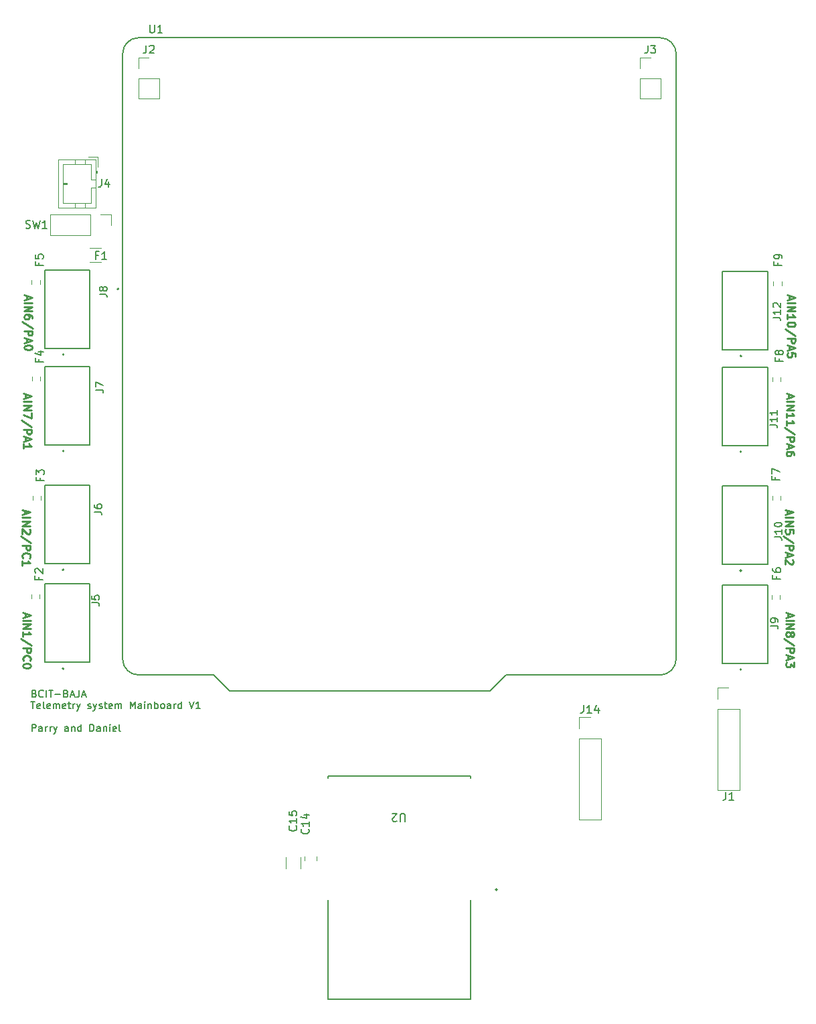
<source format=gbr>
%TF.GenerationSoftware,KiCad,Pcbnew,9.0.2*%
%TF.CreationDate,2025-06-16T14:43:15-07:00*%
%TF.ProjectId,Revision01,52657669-7369-46f6-9e30-312e6b696361,A*%
%TF.SameCoordinates,PX692bd40PY908ed60*%
%TF.FileFunction,Legend,Top*%
%TF.FilePolarity,Positive*%
%FSLAX46Y46*%
G04 Gerber Fmt 4.6, Leading zero omitted, Abs format (unit mm)*
G04 Created by KiCad (PCBNEW 9.0.2) date 2025-06-16 14:43:15*
%MOMM*%
%LPD*%
G01*
G04 APERTURE LIST*
%ADD10C,0.250000*%
%ADD11C,0.150000*%
%ADD12C,0.127000*%
%ADD13C,0.200000*%
%ADD14C,0.120000*%
%ADD15C,0.152400*%
G04 APERTURE END LIST*
D10*
X2571095Y48645051D02*
X2571095Y48168861D01*
X2285380Y48740289D02*
X3285380Y48406956D01*
X3285380Y48406956D02*
X2285380Y48073623D01*
X2285380Y47740289D02*
X3285380Y47740289D01*
X2285380Y47264099D02*
X3285380Y47264099D01*
X3285380Y47264099D02*
X2285380Y46692671D01*
X2285380Y46692671D02*
X3285380Y46692671D01*
X3190142Y46264099D02*
X3237761Y46216480D01*
X3237761Y46216480D02*
X3285380Y46121242D01*
X3285380Y46121242D02*
X3285380Y45883147D01*
X3285380Y45883147D02*
X3237761Y45787909D01*
X3237761Y45787909D02*
X3190142Y45740290D01*
X3190142Y45740290D02*
X3094904Y45692671D01*
X3094904Y45692671D02*
X2999666Y45692671D01*
X2999666Y45692671D02*
X2856809Y45740290D01*
X2856809Y45740290D02*
X2285380Y46311718D01*
X2285380Y46311718D02*
X2285380Y45692671D01*
X3333000Y44549814D02*
X2047285Y45406956D01*
X2285380Y44216480D02*
X3285380Y44216480D01*
X3285380Y44216480D02*
X3285380Y43835528D01*
X3285380Y43835528D02*
X3237761Y43740290D01*
X3237761Y43740290D02*
X3190142Y43692671D01*
X3190142Y43692671D02*
X3094904Y43645052D01*
X3094904Y43645052D02*
X2952047Y43645052D01*
X2952047Y43645052D02*
X2856809Y43692671D01*
X2856809Y43692671D02*
X2809190Y43740290D01*
X2809190Y43740290D02*
X2761571Y43835528D01*
X2761571Y43835528D02*
X2761571Y44216480D01*
X2380619Y42645052D02*
X2333000Y42692671D01*
X2333000Y42692671D02*
X2285380Y42835528D01*
X2285380Y42835528D02*
X2285380Y42930766D01*
X2285380Y42930766D02*
X2333000Y43073623D01*
X2333000Y43073623D02*
X2428238Y43168861D01*
X2428238Y43168861D02*
X2523476Y43216480D01*
X2523476Y43216480D02*
X2713952Y43264099D01*
X2713952Y43264099D02*
X2856809Y43264099D01*
X2856809Y43264099D02*
X3047285Y43216480D01*
X3047285Y43216480D02*
X3142523Y43168861D01*
X3142523Y43168861D02*
X3237761Y43073623D01*
X3237761Y43073623D02*
X3285380Y42930766D01*
X3285380Y42930766D02*
X3285380Y42835528D01*
X3285380Y42835528D02*
X3237761Y42692671D01*
X3237761Y42692671D02*
X3190142Y42645052D01*
X2285380Y41692671D02*
X2285380Y42264099D01*
X2285380Y41978385D02*
X3285380Y41978385D01*
X3285380Y41978385D02*
X3142523Y42073623D01*
X3142523Y42073623D02*
X3047285Y42168861D01*
X3047285Y42168861D02*
X2999666Y42264099D01*
D11*
X3812969Y25536222D02*
X3941541Y25493365D01*
X3941541Y25493365D02*
X3984398Y25450508D01*
X3984398Y25450508D02*
X4027255Y25364793D01*
X4027255Y25364793D02*
X4027255Y25236222D01*
X4027255Y25236222D02*
X3984398Y25150508D01*
X3984398Y25150508D02*
X3941541Y25107650D01*
X3941541Y25107650D02*
X3855826Y25064793D01*
X3855826Y25064793D02*
X3512969Y25064793D01*
X3512969Y25064793D02*
X3512969Y25964793D01*
X3512969Y25964793D02*
X3812969Y25964793D01*
X3812969Y25964793D02*
X3898684Y25921936D01*
X3898684Y25921936D02*
X3941541Y25879079D01*
X3941541Y25879079D02*
X3984398Y25793365D01*
X3984398Y25793365D02*
X3984398Y25707650D01*
X3984398Y25707650D02*
X3941541Y25621936D01*
X3941541Y25621936D02*
X3898684Y25579079D01*
X3898684Y25579079D02*
X3812969Y25536222D01*
X3812969Y25536222D02*
X3512969Y25536222D01*
X4927255Y25150508D02*
X4884398Y25107650D01*
X4884398Y25107650D02*
X4755826Y25064793D01*
X4755826Y25064793D02*
X4670112Y25064793D01*
X4670112Y25064793D02*
X4541541Y25107650D01*
X4541541Y25107650D02*
X4455826Y25193365D01*
X4455826Y25193365D02*
X4412969Y25279079D01*
X4412969Y25279079D02*
X4370112Y25450508D01*
X4370112Y25450508D02*
X4370112Y25579079D01*
X4370112Y25579079D02*
X4412969Y25750508D01*
X4412969Y25750508D02*
X4455826Y25836222D01*
X4455826Y25836222D02*
X4541541Y25921936D01*
X4541541Y25921936D02*
X4670112Y25964793D01*
X4670112Y25964793D02*
X4755826Y25964793D01*
X4755826Y25964793D02*
X4884398Y25921936D01*
X4884398Y25921936D02*
X4927255Y25879079D01*
X5312969Y25064793D02*
X5312969Y25964793D01*
X5612969Y25964793D02*
X6127255Y25964793D01*
X5870112Y25064793D02*
X5870112Y25964793D01*
X6427254Y25407650D02*
X7112969Y25407650D01*
X7841540Y25536222D02*
X7970112Y25493365D01*
X7970112Y25493365D02*
X8012969Y25450508D01*
X8012969Y25450508D02*
X8055826Y25364793D01*
X8055826Y25364793D02*
X8055826Y25236222D01*
X8055826Y25236222D02*
X8012969Y25150508D01*
X8012969Y25150508D02*
X7970112Y25107650D01*
X7970112Y25107650D02*
X7884397Y25064793D01*
X7884397Y25064793D02*
X7541540Y25064793D01*
X7541540Y25064793D02*
X7541540Y25964793D01*
X7541540Y25964793D02*
X7841540Y25964793D01*
X7841540Y25964793D02*
X7927255Y25921936D01*
X7927255Y25921936D02*
X7970112Y25879079D01*
X7970112Y25879079D02*
X8012969Y25793365D01*
X8012969Y25793365D02*
X8012969Y25707650D01*
X8012969Y25707650D02*
X7970112Y25621936D01*
X7970112Y25621936D02*
X7927255Y25579079D01*
X7927255Y25579079D02*
X7841540Y25536222D01*
X7841540Y25536222D02*
X7541540Y25536222D01*
X8398683Y25321936D02*
X8827255Y25321936D01*
X8312969Y25064793D02*
X8612969Y25964793D01*
X8612969Y25964793D02*
X8912969Y25064793D01*
X9470112Y25964793D02*
X9470112Y25321936D01*
X9470112Y25321936D02*
X9427255Y25193365D01*
X9427255Y25193365D02*
X9341541Y25107650D01*
X9341541Y25107650D02*
X9212969Y25064793D01*
X9212969Y25064793D02*
X9127255Y25064793D01*
X9855826Y25321936D02*
X10284398Y25321936D01*
X9770112Y25064793D02*
X10070112Y25964793D01*
X10070112Y25964793D02*
X10370112Y25064793D01*
X3384398Y24515843D02*
X3898684Y24515843D01*
X3641541Y23615843D02*
X3641541Y24515843D01*
X4541540Y23658700D02*
X4455826Y23615843D01*
X4455826Y23615843D02*
X4284398Y23615843D01*
X4284398Y23615843D02*
X4198683Y23658700D01*
X4198683Y23658700D02*
X4155826Y23744415D01*
X4155826Y23744415D02*
X4155826Y24087272D01*
X4155826Y24087272D02*
X4198683Y24172986D01*
X4198683Y24172986D02*
X4284398Y24215843D01*
X4284398Y24215843D02*
X4455826Y24215843D01*
X4455826Y24215843D02*
X4541540Y24172986D01*
X4541540Y24172986D02*
X4584398Y24087272D01*
X4584398Y24087272D02*
X4584398Y24001558D01*
X4584398Y24001558D02*
X4155826Y23915843D01*
X5098684Y23615843D02*
X5012969Y23658700D01*
X5012969Y23658700D02*
X4970112Y23744415D01*
X4970112Y23744415D02*
X4970112Y24515843D01*
X5784398Y23658700D02*
X5698684Y23615843D01*
X5698684Y23615843D02*
X5527256Y23615843D01*
X5527256Y23615843D02*
X5441541Y23658700D01*
X5441541Y23658700D02*
X5398684Y23744415D01*
X5398684Y23744415D02*
X5398684Y24087272D01*
X5398684Y24087272D02*
X5441541Y24172986D01*
X5441541Y24172986D02*
X5527256Y24215843D01*
X5527256Y24215843D02*
X5698684Y24215843D01*
X5698684Y24215843D02*
X5784398Y24172986D01*
X5784398Y24172986D02*
X5827256Y24087272D01*
X5827256Y24087272D02*
X5827256Y24001558D01*
X5827256Y24001558D02*
X5398684Y23915843D01*
X6212970Y23615843D02*
X6212970Y24215843D01*
X6212970Y24130129D02*
X6255827Y24172986D01*
X6255827Y24172986D02*
X6341542Y24215843D01*
X6341542Y24215843D02*
X6470113Y24215843D01*
X6470113Y24215843D02*
X6555827Y24172986D01*
X6555827Y24172986D02*
X6598685Y24087272D01*
X6598685Y24087272D02*
X6598685Y23615843D01*
X6598685Y24087272D02*
X6641542Y24172986D01*
X6641542Y24172986D02*
X6727256Y24215843D01*
X6727256Y24215843D02*
X6855827Y24215843D01*
X6855827Y24215843D02*
X6941542Y24172986D01*
X6941542Y24172986D02*
X6984399Y24087272D01*
X6984399Y24087272D02*
X6984399Y23615843D01*
X7755827Y23658700D02*
X7670113Y23615843D01*
X7670113Y23615843D02*
X7498685Y23615843D01*
X7498685Y23615843D02*
X7412970Y23658700D01*
X7412970Y23658700D02*
X7370113Y23744415D01*
X7370113Y23744415D02*
X7370113Y24087272D01*
X7370113Y24087272D02*
X7412970Y24172986D01*
X7412970Y24172986D02*
X7498685Y24215843D01*
X7498685Y24215843D02*
X7670113Y24215843D01*
X7670113Y24215843D02*
X7755827Y24172986D01*
X7755827Y24172986D02*
X7798685Y24087272D01*
X7798685Y24087272D02*
X7798685Y24001558D01*
X7798685Y24001558D02*
X7370113Y23915843D01*
X8055828Y24215843D02*
X8398685Y24215843D01*
X8184399Y24515843D02*
X8184399Y23744415D01*
X8184399Y23744415D02*
X8227256Y23658700D01*
X8227256Y23658700D02*
X8312971Y23615843D01*
X8312971Y23615843D02*
X8398685Y23615843D01*
X8698685Y23615843D02*
X8698685Y24215843D01*
X8698685Y24044415D02*
X8741542Y24130129D01*
X8741542Y24130129D02*
X8784400Y24172986D01*
X8784400Y24172986D02*
X8870114Y24215843D01*
X8870114Y24215843D02*
X8955828Y24215843D01*
X9170114Y24215843D02*
X9384400Y23615843D01*
X9598685Y24215843D02*
X9384400Y23615843D01*
X9384400Y23615843D02*
X9298685Y23401558D01*
X9298685Y23401558D02*
X9255828Y23358700D01*
X9255828Y23358700D02*
X9170114Y23315843D01*
X10584399Y23658700D02*
X10670113Y23615843D01*
X10670113Y23615843D02*
X10841542Y23615843D01*
X10841542Y23615843D02*
X10927256Y23658700D01*
X10927256Y23658700D02*
X10970113Y23744415D01*
X10970113Y23744415D02*
X10970113Y23787272D01*
X10970113Y23787272D02*
X10927256Y23872986D01*
X10927256Y23872986D02*
X10841542Y23915843D01*
X10841542Y23915843D02*
X10712971Y23915843D01*
X10712971Y23915843D02*
X10627256Y23958700D01*
X10627256Y23958700D02*
X10584399Y24044415D01*
X10584399Y24044415D02*
X10584399Y24087272D01*
X10584399Y24087272D02*
X10627256Y24172986D01*
X10627256Y24172986D02*
X10712971Y24215843D01*
X10712971Y24215843D02*
X10841542Y24215843D01*
X10841542Y24215843D02*
X10927256Y24172986D01*
X11270113Y24215843D02*
X11484399Y23615843D01*
X11698684Y24215843D02*
X11484399Y23615843D01*
X11484399Y23615843D02*
X11398684Y23401558D01*
X11398684Y23401558D02*
X11355827Y23358700D01*
X11355827Y23358700D02*
X11270113Y23315843D01*
X11998684Y23658700D02*
X12084398Y23615843D01*
X12084398Y23615843D02*
X12255827Y23615843D01*
X12255827Y23615843D02*
X12341541Y23658700D01*
X12341541Y23658700D02*
X12384398Y23744415D01*
X12384398Y23744415D02*
X12384398Y23787272D01*
X12384398Y23787272D02*
X12341541Y23872986D01*
X12341541Y23872986D02*
X12255827Y23915843D01*
X12255827Y23915843D02*
X12127256Y23915843D01*
X12127256Y23915843D02*
X12041541Y23958700D01*
X12041541Y23958700D02*
X11998684Y24044415D01*
X11998684Y24044415D02*
X11998684Y24087272D01*
X11998684Y24087272D02*
X12041541Y24172986D01*
X12041541Y24172986D02*
X12127256Y24215843D01*
X12127256Y24215843D02*
X12255827Y24215843D01*
X12255827Y24215843D02*
X12341541Y24172986D01*
X12641541Y24215843D02*
X12984398Y24215843D01*
X12770112Y24515843D02*
X12770112Y23744415D01*
X12770112Y23744415D02*
X12812969Y23658700D01*
X12812969Y23658700D02*
X12898684Y23615843D01*
X12898684Y23615843D02*
X12984398Y23615843D01*
X13627255Y23658700D02*
X13541541Y23615843D01*
X13541541Y23615843D02*
X13370113Y23615843D01*
X13370113Y23615843D02*
X13284398Y23658700D01*
X13284398Y23658700D02*
X13241541Y23744415D01*
X13241541Y23744415D02*
X13241541Y24087272D01*
X13241541Y24087272D02*
X13284398Y24172986D01*
X13284398Y24172986D02*
X13370113Y24215843D01*
X13370113Y24215843D02*
X13541541Y24215843D01*
X13541541Y24215843D02*
X13627255Y24172986D01*
X13627255Y24172986D02*
X13670113Y24087272D01*
X13670113Y24087272D02*
X13670113Y24001558D01*
X13670113Y24001558D02*
X13241541Y23915843D01*
X14055827Y23615843D02*
X14055827Y24215843D01*
X14055827Y24130129D02*
X14098684Y24172986D01*
X14098684Y24172986D02*
X14184399Y24215843D01*
X14184399Y24215843D02*
X14312970Y24215843D01*
X14312970Y24215843D02*
X14398684Y24172986D01*
X14398684Y24172986D02*
X14441542Y24087272D01*
X14441542Y24087272D02*
X14441542Y23615843D01*
X14441542Y24087272D02*
X14484399Y24172986D01*
X14484399Y24172986D02*
X14570113Y24215843D01*
X14570113Y24215843D02*
X14698684Y24215843D01*
X14698684Y24215843D02*
X14784399Y24172986D01*
X14784399Y24172986D02*
X14827256Y24087272D01*
X14827256Y24087272D02*
X14827256Y23615843D01*
X15941541Y23615843D02*
X15941541Y24515843D01*
X15941541Y24515843D02*
X16241541Y23872986D01*
X16241541Y23872986D02*
X16541541Y24515843D01*
X16541541Y24515843D02*
X16541541Y23615843D01*
X17355827Y23615843D02*
X17355827Y24087272D01*
X17355827Y24087272D02*
X17312969Y24172986D01*
X17312969Y24172986D02*
X17227255Y24215843D01*
X17227255Y24215843D02*
X17055827Y24215843D01*
X17055827Y24215843D02*
X16970112Y24172986D01*
X17355827Y23658700D02*
X17270112Y23615843D01*
X17270112Y23615843D02*
X17055827Y23615843D01*
X17055827Y23615843D02*
X16970112Y23658700D01*
X16970112Y23658700D02*
X16927255Y23744415D01*
X16927255Y23744415D02*
X16927255Y23830129D01*
X16927255Y23830129D02*
X16970112Y23915843D01*
X16970112Y23915843D02*
X17055827Y23958700D01*
X17055827Y23958700D02*
X17270112Y23958700D01*
X17270112Y23958700D02*
X17355827Y24001558D01*
X17784398Y23615843D02*
X17784398Y24215843D01*
X17784398Y24515843D02*
X17741541Y24472986D01*
X17741541Y24472986D02*
X17784398Y24430129D01*
X17784398Y24430129D02*
X17827255Y24472986D01*
X17827255Y24472986D02*
X17784398Y24515843D01*
X17784398Y24515843D02*
X17784398Y24430129D01*
X18212969Y24215843D02*
X18212969Y23615843D01*
X18212969Y24130129D02*
X18255826Y24172986D01*
X18255826Y24172986D02*
X18341541Y24215843D01*
X18341541Y24215843D02*
X18470112Y24215843D01*
X18470112Y24215843D02*
X18555826Y24172986D01*
X18555826Y24172986D02*
X18598684Y24087272D01*
X18598684Y24087272D02*
X18598684Y23615843D01*
X19027255Y23615843D02*
X19027255Y24515843D01*
X19027255Y24172986D02*
X19112970Y24215843D01*
X19112970Y24215843D02*
X19284398Y24215843D01*
X19284398Y24215843D02*
X19370112Y24172986D01*
X19370112Y24172986D02*
X19412970Y24130129D01*
X19412970Y24130129D02*
X19455827Y24044415D01*
X19455827Y24044415D02*
X19455827Y23787272D01*
X19455827Y23787272D02*
X19412970Y23701558D01*
X19412970Y23701558D02*
X19370112Y23658700D01*
X19370112Y23658700D02*
X19284398Y23615843D01*
X19284398Y23615843D02*
X19112970Y23615843D01*
X19112970Y23615843D02*
X19027255Y23658700D01*
X19970113Y23615843D02*
X19884398Y23658700D01*
X19884398Y23658700D02*
X19841541Y23701558D01*
X19841541Y23701558D02*
X19798684Y23787272D01*
X19798684Y23787272D02*
X19798684Y24044415D01*
X19798684Y24044415D02*
X19841541Y24130129D01*
X19841541Y24130129D02*
X19884398Y24172986D01*
X19884398Y24172986D02*
X19970113Y24215843D01*
X19970113Y24215843D02*
X20098684Y24215843D01*
X20098684Y24215843D02*
X20184398Y24172986D01*
X20184398Y24172986D02*
X20227256Y24130129D01*
X20227256Y24130129D02*
X20270113Y24044415D01*
X20270113Y24044415D02*
X20270113Y23787272D01*
X20270113Y23787272D02*
X20227256Y23701558D01*
X20227256Y23701558D02*
X20184398Y23658700D01*
X20184398Y23658700D02*
X20098684Y23615843D01*
X20098684Y23615843D02*
X19970113Y23615843D01*
X21041542Y23615843D02*
X21041542Y24087272D01*
X21041542Y24087272D02*
X20998684Y24172986D01*
X20998684Y24172986D02*
X20912970Y24215843D01*
X20912970Y24215843D02*
X20741542Y24215843D01*
X20741542Y24215843D02*
X20655827Y24172986D01*
X21041542Y23658700D02*
X20955827Y23615843D01*
X20955827Y23615843D02*
X20741542Y23615843D01*
X20741542Y23615843D02*
X20655827Y23658700D01*
X20655827Y23658700D02*
X20612970Y23744415D01*
X20612970Y23744415D02*
X20612970Y23830129D01*
X20612970Y23830129D02*
X20655827Y23915843D01*
X20655827Y23915843D02*
X20741542Y23958700D01*
X20741542Y23958700D02*
X20955827Y23958700D01*
X20955827Y23958700D02*
X21041542Y24001558D01*
X21470113Y23615843D02*
X21470113Y24215843D01*
X21470113Y24044415D02*
X21512970Y24130129D01*
X21512970Y24130129D02*
X21555828Y24172986D01*
X21555828Y24172986D02*
X21641542Y24215843D01*
X21641542Y24215843D02*
X21727256Y24215843D01*
X22412971Y23615843D02*
X22412971Y24515843D01*
X22412971Y23658700D02*
X22327256Y23615843D01*
X22327256Y23615843D02*
X22155828Y23615843D01*
X22155828Y23615843D02*
X22070113Y23658700D01*
X22070113Y23658700D02*
X22027256Y23701558D01*
X22027256Y23701558D02*
X21984399Y23787272D01*
X21984399Y23787272D02*
X21984399Y24044415D01*
X21984399Y24044415D02*
X22027256Y24130129D01*
X22027256Y24130129D02*
X22070113Y24172986D01*
X22070113Y24172986D02*
X22155828Y24215843D01*
X22155828Y24215843D02*
X22327256Y24215843D01*
X22327256Y24215843D02*
X22412971Y24172986D01*
X23398685Y24515843D02*
X23698685Y23615843D01*
X23698685Y23615843D02*
X23998685Y24515843D01*
X24770114Y23615843D02*
X24255828Y23615843D01*
X24512971Y23615843D02*
X24512971Y24515843D01*
X24512971Y24515843D02*
X24427257Y24387272D01*
X24427257Y24387272D02*
X24341542Y24301558D01*
X24341542Y24301558D02*
X24255828Y24258700D01*
X3512969Y20717943D02*
X3512969Y21617943D01*
X3512969Y21617943D02*
X3855826Y21617943D01*
X3855826Y21617943D02*
X3941541Y21575086D01*
X3941541Y21575086D02*
X3984398Y21532229D01*
X3984398Y21532229D02*
X4027255Y21446515D01*
X4027255Y21446515D02*
X4027255Y21317943D01*
X4027255Y21317943D02*
X3984398Y21232229D01*
X3984398Y21232229D02*
X3941541Y21189372D01*
X3941541Y21189372D02*
X3855826Y21146515D01*
X3855826Y21146515D02*
X3512969Y21146515D01*
X4798684Y20717943D02*
X4798684Y21189372D01*
X4798684Y21189372D02*
X4755826Y21275086D01*
X4755826Y21275086D02*
X4670112Y21317943D01*
X4670112Y21317943D02*
X4498684Y21317943D01*
X4498684Y21317943D02*
X4412969Y21275086D01*
X4798684Y20760800D02*
X4712969Y20717943D01*
X4712969Y20717943D02*
X4498684Y20717943D01*
X4498684Y20717943D02*
X4412969Y20760800D01*
X4412969Y20760800D02*
X4370112Y20846515D01*
X4370112Y20846515D02*
X4370112Y20932229D01*
X4370112Y20932229D02*
X4412969Y21017943D01*
X4412969Y21017943D02*
X4498684Y21060800D01*
X4498684Y21060800D02*
X4712969Y21060800D01*
X4712969Y21060800D02*
X4798684Y21103658D01*
X5227255Y20717943D02*
X5227255Y21317943D01*
X5227255Y21146515D02*
X5270112Y21232229D01*
X5270112Y21232229D02*
X5312970Y21275086D01*
X5312970Y21275086D02*
X5398684Y21317943D01*
X5398684Y21317943D02*
X5484398Y21317943D01*
X5784398Y20717943D02*
X5784398Y21317943D01*
X5784398Y21146515D02*
X5827255Y21232229D01*
X5827255Y21232229D02*
X5870113Y21275086D01*
X5870113Y21275086D02*
X5955827Y21317943D01*
X5955827Y21317943D02*
X6041541Y21317943D01*
X6255827Y21317943D02*
X6470113Y20717943D01*
X6684398Y21317943D02*
X6470113Y20717943D01*
X6470113Y20717943D02*
X6384398Y20503658D01*
X6384398Y20503658D02*
X6341541Y20460800D01*
X6341541Y20460800D02*
X6255827Y20417943D01*
X8098684Y20717943D02*
X8098684Y21189372D01*
X8098684Y21189372D02*
X8055826Y21275086D01*
X8055826Y21275086D02*
X7970112Y21317943D01*
X7970112Y21317943D02*
X7798684Y21317943D01*
X7798684Y21317943D02*
X7712969Y21275086D01*
X8098684Y20760800D02*
X8012969Y20717943D01*
X8012969Y20717943D02*
X7798684Y20717943D01*
X7798684Y20717943D02*
X7712969Y20760800D01*
X7712969Y20760800D02*
X7670112Y20846515D01*
X7670112Y20846515D02*
X7670112Y20932229D01*
X7670112Y20932229D02*
X7712969Y21017943D01*
X7712969Y21017943D02*
X7798684Y21060800D01*
X7798684Y21060800D02*
X8012969Y21060800D01*
X8012969Y21060800D02*
X8098684Y21103658D01*
X8527255Y21317943D02*
X8527255Y20717943D01*
X8527255Y21232229D02*
X8570112Y21275086D01*
X8570112Y21275086D02*
X8655827Y21317943D01*
X8655827Y21317943D02*
X8784398Y21317943D01*
X8784398Y21317943D02*
X8870112Y21275086D01*
X8870112Y21275086D02*
X8912970Y21189372D01*
X8912970Y21189372D02*
X8912970Y20717943D01*
X9727256Y20717943D02*
X9727256Y21617943D01*
X9727256Y20760800D02*
X9641541Y20717943D01*
X9641541Y20717943D02*
X9470113Y20717943D01*
X9470113Y20717943D02*
X9384398Y20760800D01*
X9384398Y20760800D02*
X9341541Y20803658D01*
X9341541Y20803658D02*
X9298684Y20889372D01*
X9298684Y20889372D02*
X9298684Y21146515D01*
X9298684Y21146515D02*
X9341541Y21232229D01*
X9341541Y21232229D02*
X9384398Y21275086D01*
X9384398Y21275086D02*
X9470113Y21317943D01*
X9470113Y21317943D02*
X9641541Y21317943D01*
X9641541Y21317943D02*
X9727256Y21275086D01*
X10841541Y20717943D02*
X10841541Y21617943D01*
X10841541Y21617943D02*
X11055827Y21617943D01*
X11055827Y21617943D02*
X11184398Y21575086D01*
X11184398Y21575086D02*
X11270113Y21489372D01*
X11270113Y21489372D02*
X11312970Y21403658D01*
X11312970Y21403658D02*
X11355827Y21232229D01*
X11355827Y21232229D02*
X11355827Y21103658D01*
X11355827Y21103658D02*
X11312970Y20932229D01*
X11312970Y20932229D02*
X11270113Y20846515D01*
X11270113Y20846515D02*
X11184398Y20760800D01*
X11184398Y20760800D02*
X11055827Y20717943D01*
X11055827Y20717943D02*
X10841541Y20717943D01*
X12127256Y20717943D02*
X12127256Y21189372D01*
X12127256Y21189372D02*
X12084398Y21275086D01*
X12084398Y21275086D02*
X11998684Y21317943D01*
X11998684Y21317943D02*
X11827256Y21317943D01*
X11827256Y21317943D02*
X11741541Y21275086D01*
X12127256Y20760800D02*
X12041541Y20717943D01*
X12041541Y20717943D02*
X11827256Y20717943D01*
X11827256Y20717943D02*
X11741541Y20760800D01*
X11741541Y20760800D02*
X11698684Y20846515D01*
X11698684Y20846515D02*
X11698684Y20932229D01*
X11698684Y20932229D02*
X11741541Y21017943D01*
X11741541Y21017943D02*
X11827256Y21060800D01*
X11827256Y21060800D02*
X12041541Y21060800D01*
X12041541Y21060800D02*
X12127256Y21103658D01*
X12555827Y21317943D02*
X12555827Y20717943D01*
X12555827Y21232229D02*
X12598684Y21275086D01*
X12598684Y21275086D02*
X12684399Y21317943D01*
X12684399Y21317943D02*
X12812970Y21317943D01*
X12812970Y21317943D02*
X12898684Y21275086D01*
X12898684Y21275086D02*
X12941542Y21189372D01*
X12941542Y21189372D02*
X12941542Y20717943D01*
X13370113Y20717943D02*
X13370113Y21317943D01*
X13370113Y21617943D02*
X13327256Y21575086D01*
X13327256Y21575086D02*
X13370113Y21532229D01*
X13370113Y21532229D02*
X13412970Y21575086D01*
X13412970Y21575086D02*
X13370113Y21617943D01*
X13370113Y21617943D02*
X13370113Y21532229D01*
X14141541Y20760800D02*
X14055827Y20717943D01*
X14055827Y20717943D02*
X13884399Y20717943D01*
X13884399Y20717943D02*
X13798684Y20760800D01*
X13798684Y20760800D02*
X13755827Y20846515D01*
X13755827Y20846515D02*
X13755827Y21189372D01*
X13755827Y21189372D02*
X13798684Y21275086D01*
X13798684Y21275086D02*
X13884399Y21317943D01*
X13884399Y21317943D02*
X14055827Y21317943D01*
X14055827Y21317943D02*
X14141541Y21275086D01*
X14141541Y21275086D02*
X14184399Y21189372D01*
X14184399Y21189372D02*
X14184399Y21103658D01*
X14184399Y21103658D02*
X13755827Y21017943D01*
X14698685Y20717943D02*
X14612970Y20760800D01*
X14612970Y20760800D02*
X14570113Y20846515D01*
X14570113Y20846515D02*
X14570113Y21617943D01*
D10*
X2646095Y35670051D02*
X2646095Y35193861D01*
X2360380Y35765289D02*
X3360380Y35431956D01*
X3360380Y35431956D02*
X2360380Y35098623D01*
X2360380Y34765289D02*
X3360380Y34765289D01*
X2360380Y34289099D02*
X3360380Y34289099D01*
X3360380Y34289099D02*
X2360380Y33717671D01*
X2360380Y33717671D02*
X3360380Y33717671D01*
X2360380Y32717671D02*
X2360380Y33289099D01*
X2360380Y33003385D02*
X3360380Y33003385D01*
X3360380Y33003385D02*
X3217523Y33098623D01*
X3217523Y33098623D02*
X3122285Y33193861D01*
X3122285Y33193861D02*
X3074666Y33289099D01*
X3408000Y31574814D02*
X2122285Y32431956D01*
X2360380Y31241480D02*
X3360380Y31241480D01*
X3360380Y31241480D02*
X3360380Y30860528D01*
X3360380Y30860528D02*
X3312761Y30765290D01*
X3312761Y30765290D02*
X3265142Y30717671D01*
X3265142Y30717671D02*
X3169904Y30670052D01*
X3169904Y30670052D02*
X3027047Y30670052D01*
X3027047Y30670052D02*
X2931809Y30717671D01*
X2931809Y30717671D02*
X2884190Y30765290D01*
X2884190Y30765290D02*
X2836571Y30860528D01*
X2836571Y30860528D02*
X2836571Y31241480D01*
X2455619Y29670052D02*
X2408000Y29717671D01*
X2408000Y29717671D02*
X2360380Y29860528D01*
X2360380Y29860528D02*
X2360380Y29955766D01*
X2360380Y29955766D02*
X2408000Y30098623D01*
X2408000Y30098623D02*
X2503238Y30193861D01*
X2503238Y30193861D02*
X2598476Y30241480D01*
X2598476Y30241480D02*
X2788952Y30289099D01*
X2788952Y30289099D02*
X2931809Y30289099D01*
X2931809Y30289099D02*
X3122285Y30241480D01*
X3122285Y30241480D02*
X3217523Y30193861D01*
X3217523Y30193861D02*
X3312761Y30098623D01*
X3312761Y30098623D02*
X3360380Y29955766D01*
X3360380Y29955766D02*
X3360380Y29860528D01*
X3360380Y29860528D02*
X3312761Y29717671D01*
X3312761Y29717671D02*
X3265142Y29670052D01*
X3360380Y29051004D02*
X3360380Y28955766D01*
X3360380Y28955766D02*
X3312761Y28860528D01*
X3312761Y28860528D02*
X3265142Y28812909D01*
X3265142Y28812909D02*
X3169904Y28765290D01*
X3169904Y28765290D02*
X2979428Y28717671D01*
X2979428Y28717671D02*
X2741333Y28717671D01*
X2741333Y28717671D02*
X2550857Y28765290D01*
X2550857Y28765290D02*
X2455619Y28812909D01*
X2455619Y28812909D02*
X2408000Y28860528D01*
X2408000Y28860528D02*
X2360380Y28955766D01*
X2360380Y28955766D02*
X2360380Y29051004D01*
X2360380Y29051004D02*
X2408000Y29146242D01*
X2408000Y29146242D02*
X2455619Y29193861D01*
X2455619Y29193861D02*
X2550857Y29241480D01*
X2550857Y29241480D02*
X2741333Y29289099D01*
X2741333Y29289099D02*
X2979428Y29289099D01*
X2979428Y29289099D02*
X3169904Y29241480D01*
X3169904Y29241480D02*
X3265142Y29193861D01*
X3265142Y29193861D02*
X3312761Y29146242D01*
X3312761Y29146242D02*
X3360380Y29051004D01*
X2821095Y75770051D02*
X2821095Y75293861D01*
X2535380Y75865289D02*
X3535380Y75531956D01*
X3535380Y75531956D02*
X2535380Y75198623D01*
X2535380Y74865289D02*
X3535380Y74865289D01*
X2535380Y74389099D02*
X3535380Y74389099D01*
X3535380Y74389099D02*
X2535380Y73817671D01*
X2535380Y73817671D02*
X3535380Y73817671D01*
X3535380Y72912909D02*
X3535380Y73103385D01*
X3535380Y73103385D02*
X3487761Y73198623D01*
X3487761Y73198623D02*
X3440142Y73246242D01*
X3440142Y73246242D02*
X3297285Y73341480D01*
X3297285Y73341480D02*
X3106809Y73389099D01*
X3106809Y73389099D02*
X2725857Y73389099D01*
X2725857Y73389099D02*
X2630619Y73341480D01*
X2630619Y73341480D02*
X2583000Y73293861D01*
X2583000Y73293861D02*
X2535380Y73198623D01*
X2535380Y73198623D02*
X2535380Y73008147D01*
X2535380Y73008147D02*
X2583000Y72912909D01*
X2583000Y72912909D02*
X2630619Y72865290D01*
X2630619Y72865290D02*
X2725857Y72817671D01*
X2725857Y72817671D02*
X2963952Y72817671D01*
X2963952Y72817671D02*
X3059190Y72865290D01*
X3059190Y72865290D02*
X3106809Y72912909D01*
X3106809Y72912909D02*
X3154428Y73008147D01*
X3154428Y73008147D02*
X3154428Y73198623D01*
X3154428Y73198623D02*
X3106809Y73293861D01*
X3106809Y73293861D02*
X3059190Y73341480D01*
X3059190Y73341480D02*
X2963952Y73389099D01*
X3583000Y71674814D02*
X2297285Y72531956D01*
X2535380Y71341480D02*
X3535380Y71341480D01*
X3535380Y71341480D02*
X3535380Y70960528D01*
X3535380Y70960528D02*
X3487761Y70865290D01*
X3487761Y70865290D02*
X3440142Y70817671D01*
X3440142Y70817671D02*
X3344904Y70770052D01*
X3344904Y70770052D02*
X3202047Y70770052D01*
X3202047Y70770052D02*
X3106809Y70817671D01*
X3106809Y70817671D02*
X3059190Y70865290D01*
X3059190Y70865290D02*
X3011571Y70960528D01*
X3011571Y70960528D02*
X3011571Y71341480D01*
X2821095Y70389099D02*
X2821095Y69912909D01*
X2535380Y70484337D02*
X3535380Y70151004D01*
X3535380Y70151004D02*
X2535380Y69817671D01*
X3535380Y69293861D02*
X3535380Y69198623D01*
X3535380Y69198623D02*
X3487761Y69103385D01*
X3487761Y69103385D02*
X3440142Y69055766D01*
X3440142Y69055766D02*
X3344904Y69008147D01*
X3344904Y69008147D02*
X3154428Y68960528D01*
X3154428Y68960528D02*
X2916333Y68960528D01*
X2916333Y68960528D02*
X2725857Y69008147D01*
X2725857Y69008147D02*
X2630619Y69055766D01*
X2630619Y69055766D02*
X2583000Y69103385D01*
X2583000Y69103385D02*
X2535380Y69198623D01*
X2535380Y69198623D02*
X2535380Y69293861D01*
X2535380Y69293861D02*
X2583000Y69389099D01*
X2583000Y69389099D02*
X2630619Y69436718D01*
X2630619Y69436718D02*
X2725857Y69484337D01*
X2725857Y69484337D02*
X2916333Y69531956D01*
X2916333Y69531956D02*
X3154428Y69531956D01*
X3154428Y69531956D02*
X3344904Y69484337D01*
X3344904Y69484337D02*
X3440142Y69436718D01*
X3440142Y69436718D02*
X3487761Y69389099D01*
X3487761Y69389099D02*
X3535380Y69293861D01*
X99146095Y35670051D02*
X99146095Y35193861D01*
X98860380Y35765289D02*
X99860380Y35431956D01*
X99860380Y35431956D02*
X98860380Y35098623D01*
X98860380Y34765289D02*
X99860380Y34765289D01*
X98860380Y34289099D02*
X99860380Y34289099D01*
X99860380Y34289099D02*
X98860380Y33717671D01*
X98860380Y33717671D02*
X99860380Y33717671D01*
X99431809Y33098623D02*
X99479428Y33193861D01*
X99479428Y33193861D02*
X99527047Y33241480D01*
X99527047Y33241480D02*
X99622285Y33289099D01*
X99622285Y33289099D02*
X99669904Y33289099D01*
X99669904Y33289099D02*
X99765142Y33241480D01*
X99765142Y33241480D02*
X99812761Y33193861D01*
X99812761Y33193861D02*
X99860380Y33098623D01*
X99860380Y33098623D02*
X99860380Y32908147D01*
X99860380Y32908147D02*
X99812761Y32812909D01*
X99812761Y32812909D02*
X99765142Y32765290D01*
X99765142Y32765290D02*
X99669904Y32717671D01*
X99669904Y32717671D02*
X99622285Y32717671D01*
X99622285Y32717671D02*
X99527047Y32765290D01*
X99527047Y32765290D02*
X99479428Y32812909D01*
X99479428Y32812909D02*
X99431809Y32908147D01*
X99431809Y32908147D02*
X99431809Y33098623D01*
X99431809Y33098623D02*
X99384190Y33193861D01*
X99384190Y33193861D02*
X99336571Y33241480D01*
X99336571Y33241480D02*
X99241333Y33289099D01*
X99241333Y33289099D02*
X99050857Y33289099D01*
X99050857Y33289099D02*
X98955619Y33241480D01*
X98955619Y33241480D02*
X98908000Y33193861D01*
X98908000Y33193861D02*
X98860380Y33098623D01*
X98860380Y33098623D02*
X98860380Y32908147D01*
X98860380Y32908147D02*
X98908000Y32812909D01*
X98908000Y32812909D02*
X98955619Y32765290D01*
X98955619Y32765290D02*
X99050857Y32717671D01*
X99050857Y32717671D02*
X99241333Y32717671D01*
X99241333Y32717671D02*
X99336571Y32765290D01*
X99336571Y32765290D02*
X99384190Y32812909D01*
X99384190Y32812909D02*
X99431809Y32908147D01*
X99908000Y31574814D02*
X98622285Y32431956D01*
X98860380Y31241480D02*
X99860380Y31241480D01*
X99860380Y31241480D02*
X99860380Y30860528D01*
X99860380Y30860528D02*
X99812761Y30765290D01*
X99812761Y30765290D02*
X99765142Y30717671D01*
X99765142Y30717671D02*
X99669904Y30670052D01*
X99669904Y30670052D02*
X99527047Y30670052D01*
X99527047Y30670052D02*
X99431809Y30717671D01*
X99431809Y30717671D02*
X99384190Y30765290D01*
X99384190Y30765290D02*
X99336571Y30860528D01*
X99336571Y30860528D02*
X99336571Y31241480D01*
X99146095Y30289099D02*
X99146095Y29812909D01*
X98860380Y30384337D02*
X99860380Y30051004D01*
X99860380Y30051004D02*
X98860380Y29717671D01*
X99860380Y29479575D02*
X99860380Y28860528D01*
X99860380Y28860528D02*
X99479428Y29193861D01*
X99479428Y29193861D02*
X99479428Y29051004D01*
X99479428Y29051004D02*
X99431809Y28955766D01*
X99431809Y28955766D02*
X99384190Y28908147D01*
X99384190Y28908147D02*
X99288952Y28860528D01*
X99288952Y28860528D02*
X99050857Y28860528D01*
X99050857Y28860528D02*
X98955619Y28908147D01*
X98955619Y28908147D02*
X98908000Y28955766D01*
X98908000Y28955766D02*
X98860380Y29051004D01*
X98860380Y29051004D02*
X98860380Y29336718D01*
X98860380Y29336718D02*
X98908000Y29431956D01*
X98908000Y29431956D02*
X98955619Y29479575D01*
X99071095Y48645051D02*
X99071095Y48168861D01*
X98785380Y48740289D02*
X99785380Y48406956D01*
X99785380Y48406956D02*
X98785380Y48073623D01*
X98785380Y47740289D02*
X99785380Y47740289D01*
X98785380Y47264099D02*
X99785380Y47264099D01*
X99785380Y47264099D02*
X98785380Y46692671D01*
X98785380Y46692671D02*
X99785380Y46692671D01*
X99785380Y45740290D02*
X99785380Y46216480D01*
X99785380Y46216480D02*
X99309190Y46264099D01*
X99309190Y46264099D02*
X99356809Y46216480D01*
X99356809Y46216480D02*
X99404428Y46121242D01*
X99404428Y46121242D02*
X99404428Y45883147D01*
X99404428Y45883147D02*
X99356809Y45787909D01*
X99356809Y45787909D02*
X99309190Y45740290D01*
X99309190Y45740290D02*
X99213952Y45692671D01*
X99213952Y45692671D02*
X98975857Y45692671D01*
X98975857Y45692671D02*
X98880619Y45740290D01*
X98880619Y45740290D02*
X98833000Y45787909D01*
X98833000Y45787909D02*
X98785380Y45883147D01*
X98785380Y45883147D02*
X98785380Y46121242D01*
X98785380Y46121242D02*
X98833000Y46216480D01*
X98833000Y46216480D02*
X98880619Y46264099D01*
X99833000Y44549814D02*
X98547285Y45406956D01*
X98785380Y44216480D02*
X99785380Y44216480D01*
X99785380Y44216480D02*
X99785380Y43835528D01*
X99785380Y43835528D02*
X99737761Y43740290D01*
X99737761Y43740290D02*
X99690142Y43692671D01*
X99690142Y43692671D02*
X99594904Y43645052D01*
X99594904Y43645052D02*
X99452047Y43645052D01*
X99452047Y43645052D02*
X99356809Y43692671D01*
X99356809Y43692671D02*
X99309190Y43740290D01*
X99309190Y43740290D02*
X99261571Y43835528D01*
X99261571Y43835528D02*
X99261571Y44216480D01*
X99071095Y43264099D02*
X99071095Y42787909D01*
X98785380Y43359337D02*
X99785380Y43026004D01*
X99785380Y43026004D02*
X98785380Y42692671D01*
X99690142Y42406956D02*
X99737761Y42359337D01*
X99737761Y42359337D02*
X99785380Y42264099D01*
X99785380Y42264099D02*
X99785380Y42026004D01*
X99785380Y42026004D02*
X99737761Y41930766D01*
X99737761Y41930766D02*
X99690142Y41883147D01*
X99690142Y41883147D02*
X99594904Y41835528D01*
X99594904Y41835528D02*
X99499666Y41835528D01*
X99499666Y41835528D02*
X99356809Y41883147D01*
X99356809Y41883147D02*
X98785380Y42454575D01*
X98785380Y42454575D02*
X98785380Y41835528D01*
X99196095Y63295051D02*
X99196095Y62818861D01*
X98910380Y63390289D02*
X99910380Y63056956D01*
X99910380Y63056956D02*
X98910380Y62723623D01*
X98910380Y62390289D02*
X99910380Y62390289D01*
X98910380Y61914099D02*
X99910380Y61914099D01*
X99910380Y61914099D02*
X98910380Y61342671D01*
X98910380Y61342671D02*
X99910380Y61342671D01*
X98910380Y60342671D02*
X98910380Y60914099D01*
X98910380Y60628385D02*
X99910380Y60628385D01*
X99910380Y60628385D02*
X99767523Y60723623D01*
X99767523Y60723623D02*
X99672285Y60818861D01*
X99672285Y60818861D02*
X99624666Y60914099D01*
X98910380Y59390290D02*
X98910380Y59961718D01*
X98910380Y59676004D02*
X99910380Y59676004D01*
X99910380Y59676004D02*
X99767523Y59771242D01*
X99767523Y59771242D02*
X99672285Y59866480D01*
X99672285Y59866480D02*
X99624666Y59961718D01*
X99958000Y58247433D02*
X98672285Y59104575D01*
X98910380Y57914099D02*
X99910380Y57914099D01*
X99910380Y57914099D02*
X99910380Y57533147D01*
X99910380Y57533147D02*
X99862761Y57437909D01*
X99862761Y57437909D02*
X99815142Y57390290D01*
X99815142Y57390290D02*
X99719904Y57342671D01*
X99719904Y57342671D02*
X99577047Y57342671D01*
X99577047Y57342671D02*
X99481809Y57390290D01*
X99481809Y57390290D02*
X99434190Y57437909D01*
X99434190Y57437909D02*
X99386571Y57533147D01*
X99386571Y57533147D02*
X99386571Y57914099D01*
X99196095Y56961718D02*
X99196095Y56485528D01*
X98910380Y57056956D02*
X99910380Y56723623D01*
X99910380Y56723623D02*
X98910380Y56390290D01*
X99910380Y55628385D02*
X99910380Y55818861D01*
X99910380Y55818861D02*
X99862761Y55914099D01*
X99862761Y55914099D02*
X99815142Y55961718D01*
X99815142Y55961718D02*
X99672285Y56056956D01*
X99672285Y56056956D02*
X99481809Y56104575D01*
X99481809Y56104575D02*
X99100857Y56104575D01*
X99100857Y56104575D02*
X99005619Y56056956D01*
X99005619Y56056956D02*
X98958000Y56009337D01*
X98958000Y56009337D02*
X98910380Y55914099D01*
X98910380Y55914099D02*
X98910380Y55723623D01*
X98910380Y55723623D02*
X98958000Y55628385D01*
X98958000Y55628385D02*
X99005619Y55580766D01*
X99005619Y55580766D02*
X99100857Y55533147D01*
X99100857Y55533147D02*
X99338952Y55533147D01*
X99338952Y55533147D02*
X99434190Y55580766D01*
X99434190Y55580766D02*
X99481809Y55628385D01*
X99481809Y55628385D02*
X99529428Y55723623D01*
X99529428Y55723623D02*
X99529428Y55914099D01*
X99529428Y55914099D02*
X99481809Y56009337D01*
X99481809Y56009337D02*
X99434190Y56056956D01*
X99434190Y56056956D02*
X99338952Y56104575D01*
X99321095Y75770051D02*
X99321095Y75293861D01*
X99035380Y75865289D02*
X100035380Y75531956D01*
X100035380Y75531956D02*
X99035380Y75198623D01*
X99035380Y74865289D02*
X100035380Y74865289D01*
X99035380Y74389099D02*
X100035380Y74389099D01*
X100035380Y74389099D02*
X99035380Y73817671D01*
X99035380Y73817671D02*
X100035380Y73817671D01*
X99035380Y72817671D02*
X99035380Y73389099D01*
X99035380Y73103385D02*
X100035380Y73103385D01*
X100035380Y73103385D02*
X99892523Y73198623D01*
X99892523Y73198623D02*
X99797285Y73293861D01*
X99797285Y73293861D02*
X99749666Y73389099D01*
X100035380Y72198623D02*
X100035380Y72103385D01*
X100035380Y72103385D02*
X99987761Y72008147D01*
X99987761Y72008147D02*
X99940142Y71960528D01*
X99940142Y71960528D02*
X99844904Y71912909D01*
X99844904Y71912909D02*
X99654428Y71865290D01*
X99654428Y71865290D02*
X99416333Y71865290D01*
X99416333Y71865290D02*
X99225857Y71912909D01*
X99225857Y71912909D02*
X99130619Y71960528D01*
X99130619Y71960528D02*
X99083000Y72008147D01*
X99083000Y72008147D02*
X99035380Y72103385D01*
X99035380Y72103385D02*
X99035380Y72198623D01*
X99035380Y72198623D02*
X99083000Y72293861D01*
X99083000Y72293861D02*
X99130619Y72341480D01*
X99130619Y72341480D02*
X99225857Y72389099D01*
X99225857Y72389099D02*
X99416333Y72436718D01*
X99416333Y72436718D02*
X99654428Y72436718D01*
X99654428Y72436718D02*
X99844904Y72389099D01*
X99844904Y72389099D02*
X99940142Y72341480D01*
X99940142Y72341480D02*
X99987761Y72293861D01*
X99987761Y72293861D02*
X100035380Y72198623D01*
X100083000Y70722433D02*
X98797285Y71579575D01*
X99035380Y70389099D02*
X100035380Y70389099D01*
X100035380Y70389099D02*
X100035380Y70008147D01*
X100035380Y70008147D02*
X99987761Y69912909D01*
X99987761Y69912909D02*
X99940142Y69865290D01*
X99940142Y69865290D02*
X99844904Y69817671D01*
X99844904Y69817671D02*
X99702047Y69817671D01*
X99702047Y69817671D02*
X99606809Y69865290D01*
X99606809Y69865290D02*
X99559190Y69912909D01*
X99559190Y69912909D02*
X99511571Y70008147D01*
X99511571Y70008147D02*
X99511571Y70389099D01*
X99321095Y69436718D02*
X99321095Y68960528D01*
X99035380Y69531956D02*
X100035380Y69198623D01*
X100035380Y69198623D02*
X99035380Y68865290D01*
X100035380Y68055766D02*
X100035380Y68531956D01*
X100035380Y68531956D02*
X99559190Y68579575D01*
X99559190Y68579575D02*
X99606809Y68531956D01*
X99606809Y68531956D02*
X99654428Y68436718D01*
X99654428Y68436718D02*
X99654428Y68198623D01*
X99654428Y68198623D02*
X99606809Y68103385D01*
X99606809Y68103385D02*
X99559190Y68055766D01*
X99559190Y68055766D02*
X99463952Y68008147D01*
X99463952Y68008147D02*
X99225857Y68008147D01*
X99225857Y68008147D02*
X99130619Y68055766D01*
X99130619Y68055766D02*
X99083000Y68103385D01*
X99083000Y68103385D02*
X99035380Y68198623D01*
X99035380Y68198623D02*
X99035380Y68436718D01*
X99035380Y68436718D02*
X99083000Y68531956D01*
X99083000Y68531956D02*
X99130619Y68579575D01*
X2696095Y63295051D02*
X2696095Y62818861D01*
X2410380Y63390289D02*
X3410380Y63056956D01*
X3410380Y63056956D02*
X2410380Y62723623D01*
X2410380Y62390289D02*
X3410380Y62390289D01*
X2410380Y61914099D02*
X3410380Y61914099D01*
X3410380Y61914099D02*
X2410380Y61342671D01*
X2410380Y61342671D02*
X3410380Y61342671D01*
X3410380Y60961718D02*
X3410380Y60295052D01*
X3410380Y60295052D02*
X2410380Y60723623D01*
X3458000Y59199814D02*
X2172285Y60056956D01*
X2410380Y58866480D02*
X3410380Y58866480D01*
X3410380Y58866480D02*
X3410380Y58485528D01*
X3410380Y58485528D02*
X3362761Y58390290D01*
X3362761Y58390290D02*
X3315142Y58342671D01*
X3315142Y58342671D02*
X3219904Y58295052D01*
X3219904Y58295052D02*
X3077047Y58295052D01*
X3077047Y58295052D02*
X2981809Y58342671D01*
X2981809Y58342671D02*
X2934190Y58390290D01*
X2934190Y58390290D02*
X2886571Y58485528D01*
X2886571Y58485528D02*
X2886571Y58866480D01*
X2696095Y57914099D02*
X2696095Y57437909D01*
X2410380Y58009337D02*
X3410380Y57676004D01*
X3410380Y57676004D02*
X2410380Y57342671D01*
X2410380Y56485528D02*
X2410380Y57056956D01*
X2410380Y56771242D02*
X3410380Y56771242D01*
X3410380Y56771242D02*
X3267523Y56866480D01*
X3267523Y56866480D02*
X3172285Y56961718D01*
X3172285Y56961718D02*
X3124666Y57056956D01*
D11*
X11084439Y36985040D02*
X11759355Y36985040D01*
X11759355Y36985040D02*
X11894338Y36940045D01*
X11894338Y36940045D02*
X11984327Y36850057D01*
X11984327Y36850057D02*
X12029321Y36715073D01*
X12029321Y36715073D02*
X12029321Y36625085D01*
X11084439Y37884927D02*
X11084439Y37434983D01*
X11084439Y37434983D02*
X11534383Y37389989D01*
X11534383Y37389989D02*
X11489388Y37434983D01*
X11489388Y37434983D02*
X11444394Y37524972D01*
X11444394Y37524972D02*
X11444394Y37749944D01*
X11444394Y37749944D02*
X11489388Y37839933D01*
X11489388Y37839933D02*
X11534383Y37884927D01*
X11534383Y37884927D02*
X11624371Y37929922D01*
X11624371Y37929922D02*
X11849343Y37929922D01*
X11849343Y37929922D02*
X11939332Y37884927D01*
X11939332Y37884927D02*
X11984327Y37839933D01*
X11984327Y37839933D02*
X12029321Y37749944D01*
X12029321Y37749944D02*
X12029321Y37524972D01*
X12029321Y37524972D02*
X11984327Y37434983D01*
X11984327Y37434983D02*
X11939332Y37389989D01*
X38459580Y8382143D02*
X38507200Y8334524D01*
X38507200Y8334524D02*
X38554819Y8191667D01*
X38554819Y8191667D02*
X38554819Y8096429D01*
X38554819Y8096429D02*
X38507200Y7953572D01*
X38507200Y7953572D02*
X38411961Y7858334D01*
X38411961Y7858334D02*
X38316723Y7810715D01*
X38316723Y7810715D02*
X38126247Y7763096D01*
X38126247Y7763096D02*
X37983390Y7763096D01*
X37983390Y7763096D02*
X37792914Y7810715D01*
X37792914Y7810715D02*
X37697676Y7858334D01*
X37697676Y7858334D02*
X37602438Y7953572D01*
X37602438Y7953572D02*
X37554819Y8096429D01*
X37554819Y8096429D02*
X37554819Y8191667D01*
X37554819Y8191667D02*
X37602438Y8334524D01*
X37602438Y8334524D02*
X37650057Y8382143D01*
X38554819Y9334524D02*
X38554819Y8763096D01*
X38554819Y9048810D02*
X37554819Y9048810D01*
X37554819Y9048810D02*
X37697676Y8953572D01*
X37697676Y8953572D02*
X37792914Y8858334D01*
X37792914Y8858334D02*
X37840533Y8763096D01*
X37888152Y10191667D02*
X38554819Y10191667D01*
X37507200Y9953572D02*
X38221485Y9715477D01*
X38221485Y9715477D02*
X38221485Y10334524D01*
X36909580Y8782143D02*
X36957200Y8734524D01*
X36957200Y8734524D02*
X37004819Y8591667D01*
X37004819Y8591667D02*
X37004819Y8496429D01*
X37004819Y8496429D02*
X36957200Y8353572D01*
X36957200Y8353572D02*
X36861961Y8258334D01*
X36861961Y8258334D02*
X36766723Y8210715D01*
X36766723Y8210715D02*
X36576247Y8163096D01*
X36576247Y8163096D02*
X36433390Y8163096D01*
X36433390Y8163096D02*
X36242914Y8210715D01*
X36242914Y8210715D02*
X36147676Y8258334D01*
X36147676Y8258334D02*
X36052438Y8353572D01*
X36052438Y8353572D02*
X36004819Y8496429D01*
X36004819Y8496429D02*
X36004819Y8591667D01*
X36004819Y8591667D02*
X36052438Y8734524D01*
X36052438Y8734524D02*
X36100057Y8782143D01*
X37004819Y9734524D02*
X37004819Y9163096D01*
X37004819Y9448810D02*
X36004819Y9448810D01*
X36004819Y9448810D02*
X36147676Y9353572D01*
X36147676Y9353572D02*
X36242914Y9258334D01*
X36242914Y9258334D02*
X36290533Y9163096D01*
X36004819Y10639286D02*
X36004819Y10163096D01*
X36004819Y10163096D02*
X36481009Y10115477D01*
X36481009Y10115477D02*
X36433390Y10163096D01*
X36433390Y10163096D02*
X36385771Y10258334D01*
X36385771Y10258334D02*
X36385771Y10496429D01*
X36385771Y10496429D02*
X36433390Y10591667D01*
X36433390Y10591667D02*
X36481009Y10639286D01*
X36481009Y10639286D02*
X36576247Y10686905D01*
X36576247Y10686905D02*
X36814342Y10686905D01*
X36814342Y10686905D02*
X36909580Y10639286D01*
X36909580Y10639286D02*
X36957200Y10591667D01*
X36957200Y10591667D02*
X37004819Y10496429D01*
X37004819Y10496429D02*
X37004819Y10258334D01*
X37004819Y10258334D02*
X36957200Y10163096D01*
X36957200Y10163096D02*
X36909580Y10115477D01*
X11384439Y48485040D02*
X12059355Y48485040D01*
X12059355Y48485040D02*
X12194338Y48440045D01*
X12194338Y48440045D02*
X12284327Y48350057D01*
X12284327Y48350057D02*
X12329321Y48215073D01*
X12329321Y48215073D02*
X12329321Y48125085D01*
X11384439Y49339933D02*
X11384439Y49159955D01*
X11384439Y49159955D02*
X11429433Y49069967D01*
X11429433Y49069967D02*
X11474428Y49024972D01*
X11474428Y49024972D02*
X11609411Y48934983D01*
X11609411Y48934983D02*
X11789388Y48889989D01*
X11789388Y48889989D02*
X12149343Y48889989D01*
X12149343Y48889989D02*
X12239332Y48934983D01*
X12239332Y48934983D02*
X12284327Y48979978D01*
X12284327Y48979978D02*
X12329321Y49069967D01*
X12329321Y49069967D02*
X12329321Y49249944D01*
X12329321Y49249944D02*
X12284327Y49339933D01*
X12284327Y49339933D02*
X12239332Y49384927D01*
X12239332Y49384927D02*
X12149343Y49429922D01*
X12149343Y49429922D02*
X11924371Y49429922D01*
X11924371Y49429922D02*
X11834383Y49384927D01*
X11834383Y49384927D02*
X11789388Y49339933D01*
X11789388Y49339933D02*
X11744394Y49249944D01*
X11744394Y49249944D02*
X11744394Y49069967D01*
X11744394Y49069967D02*
X11789388Y48979978D01*
X11789388Y48979978D02*
X11834383Y48934983D01*
X11834383Y48934983D02*
X11924371Y48889989D01*
X97536009Y52854167D02*
X97536009Y52520834D01*
X98059819Y52520834D02*
X97059819Y52520834D01*
X97059819Y52520834D02*
X97059819Y52997024D01*
X97059819Y53282739D02*
X97059819Y53949405D01*
X97059819Y53949405D02*
X98059819Y53520834D01*
X97986009Y67841667D02*
X97986009Y67508334D01*
X98509819Y67508334D02*
X97509819Y67508334D01*
X97509819Y67508334D02*
X97509819Y67984524D01*
X97938390Y68508334D02*
X97890771Y68413096D01*
X97890771Y68413096D02*
X97843152Y68365477D01*
X97843152Y68365477D02*
X97747914Y68317858D01*
X97747914Y68317858D02*
X97700295Y68317858D01*
X97700295Y68317858D02*
X97605057Y68365477D01*
X97605057Y68365477D02*
X97557438Y68413096D01*
X97557438Y68413096D02*
X97509819Y68508334D01*
X97509819Y68508334D02*
X97509819Y68698810D01*
X97509819Y68698810D02*
X97557438Y68794048D01*
X97557438Y68794048D02*
X97605057Y68841667D01*
X97605057Y68841667D02*
X97700295Y68889286D01*
X97700295Y68889286D02*
X97747914Y68889286D01*
X97747914Y68889286D02*
X97843152Y68841667D01*
X97843152Y68841667D02*
X97890771Y68794048D01*
X97890771Y68794048D02*
X97938390Y68698810D01*
X97938390Y68698810D02*
X97938390Y68508334D01*
X97938390Y68508334D02*
X97986009Y68413096D01*
X97986009Y68413096D02*
X98033628Y68365477D01*
X98033628Y68365477D02*
X98128866Y68317858D01*
X98128866Y68317858D02*
X98319342Y68317858D01*
X98319342Y68317858D02*
X98414580Y68365477D01*
X98414580Y68365477D02*
X98462200Y68413096D01*
X98462200Y68413096D02*
X98509819Y68508334D01*
X98509819Y68508334D02*
X98509819Y68698810D01*
X98509819Y68698810D02*
X98462200Y68794048D01*
X98462200Y68794048D02*
X98414580Y68841667D01*
X98414580Y68841667D02*
X98319342Y68889286D01*
X98319342Y68889286D02*
X98128866Y68889286D01*
X98128866Y68889286D02*
X98033628Y68841667D01*
X98033628Y68841667D02*
X97986009Y68794048D01*
X97986009Y68794048D02*
X97938390Y68698810D01*
X97234439Y73035096D02*
X97909355Y73035096D01*
X97909355Y73035096D02*
X98044338Y72990101D01*
X98044338Y72990101D02*
X98134327Y72900113D01*
X98134327Y72900113D02*
X98179321Y72765129D01*
X98179321Y72765129D02*
X98179321Y72675141D01*
X98179321Y73979978D02*
X98179321Y73440045D01*
X98179321Y73710011D02*
X97234439Y73710011D01*
X97234439Y73710011D02*
X97369422Y73620023D01*
X97369422Y73620023D02*
X97459411Y73530034D01*
X97459411Y73530034D02*
X97504405Y73440045D01*
X97324428Y74339933D02*
X97279433Y74384927D01*
X97279433Y74384927D02*
X97234439Y74474916D01*
X97234439Y74474916D02*
X97234439Y74699888D01*
X97234439Y74699888D02*
X97279433Y74789877D01*
X97279433Y74789877D02*
X97324428Y74834871D01*
X97324428Y74834871D02*
X97414416Y74879866D01*
X97414416Y74879866D02*
X97504405Y74879866D01*
X97504405Y74879866D02*
X97639388Y74834871D01*
X97639388Y74834871D02*
X98179321Y74294939D01*
X98179321Y74294939D02*
X98179321Y74879866D01*
X50661904Y9354820D02*
X50661904Y10164343D01*
X50661904Y10164343D02*
X50614285Y10259581D01*
X50614285Y10259581D02*
X50566666Y10307200D01*
X50566666Y10307200D02*
X50471428Y10354820D01*
X50471428Y10354820D02*
X50280952Y10354820D01*
X50280952Y10354820D02*
X50185714Y10307200D01*
X50185714Y10307200D02*
X50138095Y10259581D01*
X50138095Y10259581D02*
X50090476Y10164343D01*
X50090476Y10164343D02*
X50090476Y9354820D01*
X49661904Y9450058D02*
X49614285Y9402439D01*
X49614285Y9402439D02*
X49519047Y9354820D01*
X49519047Y9354820D02*
X49280952Y9354820D01*
X49280952Y9354820D02*
X49185714Y9402439D01*
X49185714Y9402439D02*
X49138095Y9450058D01*
X49138095Y9450058D02*
X49090476Y9545296D01*
X49090476Y9545296D02*
X49090476Y9640534D01*
X49090476Y9640534D02*
X49138095Y9783391D01*
X49138095Y9783391D02*
X49709523Y10354820D01*
X49709523Y10354820D02*
X49090476Y10354820D01*
X17958266Y107408781D02*
X17958266Y106694496D01*
X17958266Y106694496D02*
X17910647Y106551639D01*
X17910647Y106551639D02*
X17815409Y106456400D01*
X17815409Y106456400D02*
X17672552Y106408781D01*
X17672552Y106408781D02*
X17577314Y106408781D01*
X18386838Y107313543D02*
X18434457Y107361162D01*
X18434457Y107361162D02*
X18529695Y107408781D01*
X18529695Y107408781D02*
X18767790Y107408781D01*
X18767790Y107408781D02*
X18863028Y107361162D01*
X18863028Y107361162D02*
X18910647Y107313543D01*
X18910647Y107313543D02*
X18958266Y107218305D01*
X18958266Y107218305D02*
X18958266Y107123067D01*
X18958266Y107123067D02*
X18910647Y106980210D01*
X18910647Y106980210D02*
X18339219Y106408781D01*
X18339219Y106408781D02*
X18958266Y106408781D01*
X73290476Y24045181D02*
X73290476Y23330896D01*
X73290476Y23330896D02*
X73242857Y23188039D01*
X73242857Y23188039D02*
X73147619Y23092800D01*
X73147619Y23092800D02*
X73004762Y23045181D01*
X73004762Y23045181D02*
X72909524Y23045181D01*
X74290476Y23045181D02*
X73719048Y23045181D01*
X74004762Y23045181D02*
X74004762Y24045181D01*
X74004762Y24045181D02*
X73909524Y23902324D01*
X73909524Y23902324D02*
X73814286Y23807086D01*
X73814286Y23807086D02*
X73719048Y23759467D01*
X75147619Y23711848D02*
X75147619Y23045181D01*
X74909524Y24092800D02*
X74671429Y23378515D01*
X74671429Y23378515D02*
X75290476Y23378515D01*
X12316666Y90495181D02*
X12316666Y89780896D01*
X12316666Y89780896D02*
X12269047Y89638039D01*
X12269047Y89638039D02*
X12173809Y89542800D01*
X12173809Y89542800D02*
X12030952Y89495181D01*
X12030952Y89495181D02*
X11935714Y89495181D01*
X13221428Y90161848D02*
X13221428Y89495181D01*
X12983333Y90542800D02*
X12745238Y89828515D01*
X12745238Y89828515D02*
X13364285Y89828515D01*
X11584439Y63885040D02*
X12259355Y63885040D01*
X12259355Y63885040D02*
X12394338Y63840045D01*
X12394338Y63840045D02*
X12484327Y63750057D01*
X12484327Y63750057D02*
X12529321Y63615073D01*
X12529321Y63615073D02*
X12529321Y63525085D01*
X11584439Y64244995D02*
X11584439Y64874916D01*
X11584439Y64874916D02*
X12529321Y64469967D01*
X18418495Y109994181D02*
X18418495Y109184658D01*
X18418495Y109184658D02*
X18466114Y109089420D01*
X18466114Y109089420D02*
X18513733Y109041800D01*
X18513733Y109041800D02*
X18608971Y108994181D01*
X18608971Y108994181D02*
X18799447Y108994181D01*
X18799447Y108994181D02*
X18894685Y109041800D01*
X18894685Y109041800D02*
X18942304Y109089420D01*
X18942304Y109089420D02*
X18989923Y109184658D01*
X18989923Y109184658D02*
X18989923Y109994181D01*
X19989923Y108994181D02*
X19418495Y108994181D01*
X19704209Y108994181D02*
X19704209Y109994181D01*
X19704209Y109994181D02*
X19608971Y109851324D01*
X19608971Y109851324D02*
X19513733Y109756086D01*
X19513733Y109756086D02*
X19418495Y109708467D01*
X12059439Y75968040D02*
X12734355Y75968040D01*
X12734355Y75968040D02*
X12869338Y75923045D01*
X12869338Y75923045D02*
X12959327Y75833057D01*
X12959327Y75833057D02*
X13004321Y75698073D01*
X13004321Y75698073D02*
X13004321Y75608085D01*
X12464388Y76552967D02*
X12419394Y76462978D01*
X12419394Y76462978D02*
X12374400Y76417983D01*
X12374400Y76417983D02*
X12284411Y76372989D01*
X12284411Y76372989D02*
X12239416Y76372989D01*
X12239416Y76372989D02*
X12149428Y76417983D01*
X12149428Y76417983D02*
X12104433Y76462978D01*
X12104433Y76462978D02*
X12059439Y76552967D01*
X12059439Y76552967D02*
X12059439Y76732944D01*
X12059439Y76732944D02*
X12104433Y76822933D01*
X12104433Y76822933D02*
X12149428Y76867927D01*
X12149428Y76867927D02*
X12239416Y76912922D01*
X12239416Y76912922D02*
X12284411Y76912922D01*
X12284411Y76912922D02*
X12374400Y76867927D01*
X12374400Y76867927D02*
X12419394Y76822933D01*
X12419394Y76822933D02*
X12464388Y76732944D01*
X12464388Y76732944D02*
X12464388Y76552967D01*
X12464388Y76552967D02*
X12509383Y76462978D01*
X12509383Y76462978D02*
X12554377Y76417983D01*
X12554377Y76417983D02*
X12644366Y76372989D01*
X12644366Y76372989D02*
X12824343Y76372989D01*
X12824343Y76372989D02*
X12914332Y76417983D01*
X12914332Y76417983D02*
X12959327Y76462978D01*
X12959327Y76462978D02*
X13004321Y76552967D01*
X13004321Y76552967D02*
X13004321Y76732944D01*
X13004321Y76732944D02*
X12959327Y76822933D01*
X12959327Y76822933D02*
X12914332Y76867927D01*
X12914332Y76867927D02*
X12824343Y76912922D01*
X12824343Y76912922D02*
X12644366Y76912922D01*
X12644366Y76912922D02*
X12554377Y76867927D01*
X12554377Y76867927D02*
X12509383Y76822933D01*
X12509383Y76822933D02*
X12464388Y76732944D01*
X4356009Y40266667D02*
X4356009Y39933334D01*
X4879819Y39933334D02*
X3879819Y39933334D01*
X3879819Y39933334D02*
X3879819Y40409524D01*
X3975057Y40742858D02*
X3927438Y40790477D01*
X3927438Y40790477D02*
X3879819Y40885715D01*
X3879819Y40885715D02*
X3879819Y41123810D01*
X3879819Y41123810D02*
X3927438Y41219048D01*
X3927438Y41219048D02*
X3975057Y41266667D01*
X3975057Y41266667D02*
X4070295Y41314286D01*
X4070295Y41314286D02*
X4165533Y41314286D01*
X4165533Y41314286D02*
X4308390Y41266667D01*
X4308390Y41266667D02*
X4879819Y40695239D01*
X4879819Y40695239D02*
X4879819Y41314286D01*
X2741667Y84342800D02*
X2884524Y84295181D01*
X2884524Y84295181D02*
X3122619Y84295181D01*
X3122619Y84295181D02*
X3217857Y84342800D01*
X3217857Y84342800D02*
X3265476Y84390420D01*
X3265476Y84390420D02*
X3313095Y84485658D01*
X3313095Y84485658D02*
X3313095Y84580896D01*
X3313095Y84580896D02*
X3265476Y84676134D01*
X3265476Y84676134D02*
X3217857Y84723753D01*
X3217857Y84723753D02*
X3122619Y84771372D01*
X3122619Y84771372D02*
X2932143Y84818991D01*
X2932143Y84818991D02*
X2836905Y84866610D01*
X2836905Y84866610D02*
X2789286Y84914229D01*
X2789286Y84914229D02*
X2741667Y85009467D01*
X2741667Y85009467D02*
X2741667Y85104705D01*
X2741667Y85104705D02*
X2789286Y85199943D01*
X2789286Y85199943D02*
X2836905Y85247562D01*
X2836905Y85247562D02*
X2932143Y85295181D01*
X2932143Y85295181D02*
X3170238Y85295181D01*
X3170238Y85295181D02*
X3313095Y85247562D01*
X3646429Y85295181D02*
X3884524Y84295181D01*
X3884524Y84295181D02*
X4075000Y85009467D01*
X4075000Y85009467D02*
X4265476Y84295181D01*
X4265476Y84295181D02*
X4503572Y85295181D01*
X5408333Y84295181D02*
X4836905Y84295181D01*
X5122619Y84295181D02*
X5122619Y85295181D01*
X5122619Y85295181D02*
X5027381Y85152324D01*
X5027381Y85152324D02*
X4932143Y85057086D01*
X4932143Y85057086D02*
X4836905Y85009467D01*
X97856009Y79941667D02*
X97856009Y79608334D01*
X98379819Y79608334D02*
X97379819Y79608334D01*
X97379819Y79608334D02*
X97379819Y80084524D01*
X98379819Y80513096D02*
X98379819Y80703572D01*
X98379819Y80703572D02*
X98332200Y80798810D01*
X98332200Y80798810D02*
X98284580Y80846429D01*
X98284580Y80846429D02*
X98141723Y80941667D01*
X98141723Y80941667D02*
X97951247Y80989286D01*
X97951247Y80989286D02*
X97570295Y80989286D01*
X97570295Y80989286D02*
X97475057Y80941667D01*
X97475057Y80941667D02*
X97427438Y80894048D01*
X97427438Y80894048D02*
X97379819Y80798810D01*
X97379819Y80798810D02*
X97379819Y80608334D01*
X97379819Y80608334D02*
X97427438Y80513096D01*
X97427438Y80513096D02*
X97475057Y80465477D01*
X97475057Y80465477D02*
X97570295Y80417858D01*
X97570295Y80417858D02*
X97808390Y80417858D01*
X97808390Y80417858D02*
X97903628Y80465477D01*
X97903628Y80465477D02*
X97951247Y80513096D01*
X97951247Y80513096D02*
X97998866Y80608334D01*
X97998866Y80608334D02*
X97998866Y80798810D01*
X97998866Y80798810D02*
X97951247Y80894048D01*
X97951247Y80894048D02*
X97903628Y80941667D01*
X97903628Y80941667D02*
X97808390Y80989286D01*
X4506009Y52729167D02*
X4506009Y52395834D01*
X5029819Y52395834D02*
X4029819Y52395834D01*
X4029819Y52395834D02*
X4029819Y52872024D01*
X4029819Y53157739D02*
X4029819Y53776786D01*
X4029819Y53776786D02*
X4410771Y53443453D01*
X4410771Y53443453D02*
X4410771Y53586310D01*
X4410771Y53586310D02*
X4458390Y53681548D01*
X4458390Y53681548D02*
X4506009Y53729167D01*
X4506009Y53729167D02*
X4601247Y53776786D01*
X4601247Y53776786D02*
X4839342Y53776786D01*
X4839342Y53776786D02*
X4934580Y53729167D01*
X4934580Y53729167D02*
X4982200Y53681548D01*
X4982200Y53681548D02*
X5029819Y53586310D01*
X5029819Y53586310D02*
X5029819Y53300596D01*
X5029819Y53300596D02*
X4982200Y53205358D01*
X4982200Y53205358D02*
X4934580Y53157739D01*
X4406009Y79966667D02*
X4406009Y79633334D01*
X4929819Y79633334D02*
X3929819Y79633334D01*
X3929819Y79633334D02*
X3929819Y80109524D01*
X3929819Y80966667D02*
X3929819Y80490477D01*
X3929819Y80490477D02*
X4406009Y80442858D01*
X4406009Y80442858D02*
X4358390Y80490477D01*
X4358390Y80490477D02*
X4310771Y80585715D01*
X4310771Y80585715D02*
X4310771Y80823810D01*
X4310771Y80823810D02*
X4358390Y80919048D01*
X4358390Y80919048D02*
X4406009Y80966667D01*
X4406009Y80966667D02*
X4501247Y81014286D01*
X4501247Y81014286D02*
X4739342Y81014286D01*
X4739342Y81014286D02*
X4834580Y80966667D01*
X4834580Y80966667D02*
X4882200Y80919048D01*
X4882200Y80919048D02*
X4929819Y80823810D01*
X4929819Y80823810D02*
X4929819Y80585715D01*
X4929819Y80585715D02*
X4882200Y80490477D01*
X4882200Y80490477D02*
X4834580Y80442858D01*
X97384439Y45285096D02*
X98059355Y45285096D01*
X98059355Y45285096D02*
X98194338Y45240101D01*
X98194338Y45240101D02*
X98284327Y45150113D01*
X98284327Y45150113D02*
X98329321Y45015129D01*
X98329321Y45015129D02*
X98329321Y44925141D01*
X98329321Y46229978D02*
X98329321Y45690045D01*
X98329321Y45960011D02*
X97384439Y45960011D01*
X97384439Y45960011D02*
X97519422Y45870023D01*
X97519422Y45870023D02*
X97609411Y45780034D01*
X97609411Y45780034D02*
X97654405Y45690045D01*
X97384439Y46814905D02*
X97384439Y46904894D01*
X97384439Y46904894D02*
X97429433Y46994882D01*
X97429433Y46994882D02*
X97474428Y47039877D01*
X97474428Y47039877D02*
X97564416Y47084871D01*
X97564416Y47084871D02*
X97744394Y47129866D01*
X97744394Y47129866D02*
X97969366Y47129866D01*
X97969366Y47129866D02*
X98149343Y47084871D01*
X98149343Y47084871D02*
X98239332Y47039877D01*
X98239332Y47039877D02*
X98284327Y46994882D01*
X98284327Y46994882D02*
X98329321Y46904894D01*
X98329321Y46904894D02*
X98329321Y46814905D01*
X98329321Y46814905D02*
X98284327Y46724916D01*
X98284327Y46724916D02*
X98239332Y46679922D01*
X98239332Y46679922D02*
X98149343Y46634927D01*
X98149343Y46634927D02*
X97969366Y46589933D01*
X97969366Y46589933D02*
X97744394Y46589933D01*
X97744394Y46589933D02*
X97564416Y46634927D01*
X97564416Y46634927D02*
X97474428Y46679922D01*
X97474428Y46679922D02*
X97429433Y46724916D01*
X97429433Y46724916D02*
X97384439Y46814905D01*
X96934439Y34085040D02*
X97609355Y34085040D01*
X97609355Y34085040D02*
X97744338Y34040045D01*
X97744338Y34040045D02*
X97834327Y33950057D01*
X97834327Y33950057D02*
X97879321Y33815073D01*
X97879321Y33815073D02*
X97879321Y33725085D01*
X97879321Y34579978D02*
X97879321Y34759955D01*
X97879321Y34759955D02*
X97834327Y34849944D01*
X97834327Y34849944D02*
X97789332Y34894938D01*
X97789332Y34894938D02*
X97654349Y34984927D01*
X97654349Y34984927D02*
X97474371Y35029922D01*
X97474371Y35029922D02*
X97114416Y35029922D01*
X97114416Y35029922D02*
X97024428Y34984927D01*
X97024428Y34984927D02*
X96979433Y34939933D01*
X96979433Y34939933D02*
X96934439Y34849944D01*
X96934439Y34849944D02*
X96934439Y34669967D01*
X96934439Y34669967D02*
X96979433Y34579978D01*
X96979433Y34579978D02*
X97024428Y34534983D01*
X97024428Y34534983D02*
X97114416Y34489989D01*
X97114416Y34489989D02*
X97339388Y34489989D01*
X97339388Y34489989D02*
X97429377Y34534983D01*
X97429377Y34534983D02*
X97474371Y34579978D01*
X97474371Y34579978D02*
X97519366Y34669967D01*
X97519366Y34669967D02*
X97519366Y34849944D01*
X97519366Y34849944D02*
X97474371Y34939933D01*
X97474371Y34939933D02*
X97429377Y34984927D01*
X97429377Y34984927D02*
X97339388Y35029922D01*
X11893730Y80868991D02*
X11560397Y80868991D01*
X11560397Y80345181D02*
X11560397Y81345181D01*
X11560397Y81345181D02*
X12036587Y81345181D01*
X12941349Y80345181D02*
X12369921Y80345181D01*
X12655635Y80345181D02*
X12655635Y81345181D01*
X12655635Y81345181D02*
X12560397Y81202324D01*
X12560397Y81202324D02*
X12465159Y81107086D01*
X12465159Y81107086D02*
X12369921Y81059467D01*
X81391666Y107400181D02*
X81391666Y106685896D01*
X81391666Y106685896D02*
X81344047Y106543039D01*
X81344047Y106543039D02*
X81248809Y106447800D01*
X81248809Y106447800D02*
X81105952Y106400181D01*
X81105952Y106400181D02*
X81010714Y106400181D01*
X81772619Y107400181D02*
X82391666Y107400181D01*
X82391666Y107400181D02*
X82058333Y107019229D01*
X82058333Y107019229D02*
X82201190Y107019229D01*
X82201190Y107019229D02*
X82296428Y106971610D01*
X82296428Y106971610D02*
X82344047Y106923991D01*
X82344047Y106923991D02*
X82391666Y106828753D01*
X82391666Y106828753D02*
X82391666Y106590658D01*
X82391666Y106590658D02*
X82344047Y106495420D01*
X82344047Y106495420D02*
X82296428Y106447800D01*
X82296428Y106447800D02*
X82201190Y106400181D01*
X82201190Y106400181D02*
X81915476Y106400181D01*
X81915476Y106400181D02*
X81820238Y106447800D01*
X81820238Y106447800D02*
X81772619Y106495420D01*
X97686009Y40341667D02*
X97686009Y40008334D01*
X98209819Y40008334D02*
X97209819Y40008334D01*
X97209819Y40008334D02*
X97209819Y40484524D01*
X97209819Y41294048D02*
X97209819Y41103572D01*
X97209819Y41103572D02*
X97257438Y41008334D01*
X97257438Y41008334D02*
X97305057Y40960715D01*
X97305057Y40960715D02*
X97447914Y40865477D01*
X97447914Y40865477D02*
X97638390Y40817858D01*
X97638390Y40817858D02*
X98019342Y40817858D01*
X98019342Y40817858D02*
X98114580Y40865477D01*
X98114580Y40865477D02*
X98162200Y40913096D01*
X98162200Y40913096D02*
X98209819Y41008334D01*
X98209819Y41008334D02*
X98209819Y41198810D01*
X98209819Y41198810D02*
X98162200Y41294048D01*
X98162200Y41294048D02*
X98114580Y41341667D01*
X98114580Y41341667D02*
X98019342Y41389286D01*
X98019342Y41389286D02*
X97781247Y41389286D01*
X97781247Y41389286D02*
X97686009Y41341667D01*
X97686009Y41341667D02*
X97638390Y41294048D01*
X97638390Y41294048D02*
X97590771Y41198810D01*
X97590771Y41198810D02*
X97590771Y41008334D01*
X97590771Y41008334D02*
X97638390Y40913096D01*
X97638390Y40913096D02*
X97686009Y40865477D01*
X97686009Y40865477D02*
X97781247Y40817858D01*
X91266666Y13045181D02*
X91266666Y12330896D01*
X91266666Y12330896D02*
X91219047Y12188039D01*
X91219047Y12188039D02*
X91123809Y12092800D01*
X91123809Y12092800D02*
X90980952Y12045181D01*
X90980952Y12045181D02*
X90885714Y12045181D01*
X92266666Y12045181D02*
X91695238Y12045181D01*
X91980952Y12045181D02*
X91980952Y13045181D01*
X91980952Y13045181D02*
X91885714Y12902324D01*
X91885714Y12902324D02*
X91790476Y12807086D01*
X91790476Y12807086D02*
X91695238Y12759467D01*
X4406009Y67766667D02*
X4406009Y67433334D01*
X4929819Y67433334D02*
X3929819Y67433334D01*
X3929819Y67433334D02*
X3929819Y67909524D01*
X4263152Y68719048D02*
X4929819Y68719048D01*
X3882200Y68480953D02*
X4596485Y68242858D01*
X4596485Y68242858D02*
X4596485Y68861905D01*
X96834439Y59435096D02*
X97509355Y59435096D01*
X97509355Y59435096D02*
X97644338Y59390101D01*
X97644338Y59390101D02*
X97734327Y59300113D01*
X97734327Y59300113D02*
X97779321Y59165129D01*
X97779321Y59165129D02*
X97779321Y59075141D01*
X97779321Y60379978D02*
X97779321Y59840045D01*
X97779321Y60110011D02*
X96834439Y60110011D01*
X96834439Y60110011D02*
X96969422Y60020023D01*
X96969422Y60020023D02*
X97059411Y59930034D01*
X97059411Y59930034D02*
X97104405Y59840045D01*
X97779321Y61279866D02*
X97779321Y60739933D01*
X97779321Y61009899D02*
X96834439Y61009899D01*
X96834439Y61009899D02*
X96969422Y60919911D01*
X96969422Y60919911D02*
X97059411Y60829922D01*
X97059411Y60829922D02*
X97104405Y60739933D01*
D12*
%TO.C,J5*%
X5100000Y39350000D02*
X10850000Y39350000D01*
X5100000Y29450000D02*
X5100000Y39350000D01*
X10850000Y39350000D02*
X10850000Y29450000D01*
X10850000Y29450000D02*
X5100000Y29450000D01*
D13*
X7550000Y28650000D02*
G75*
G02*
X7350000Y28650000I-100000J0D01*
G01*
X7350000Y28650000D02*
G75*
G02*
X7550000Y28650000I100000J0D01*
G01*
D14*
%TO.C,C14*%
X38015000Y4961252D02*
X38015000Y4438748D01*
X39485000Y4961252D02*
X39485000Y4438748D01*
%TO.C,C15*%
X35640000Y4811252D02*
X35640000Y3388748D01*
X37460000Y4811252D02*
X37460000Y3388748D01*
D12*
%TO.C,J6*%
X5100000Y51850000D02*
X10850000Y51850000D01*
X5100000Y41950000D02*
X5100000Y51850000D01*
X10850000Y51850000D02*
X10850000Y41950000D01*
X10850000Y41950000D02*
X5100000Y41950000D01*
D13*
X7550000Y41150000D02*
G75*
G02*
X7350000Y41150000I-100000J0D01*
G01*
X7350000Y41150000D02*
G75*
G02*
X7550000Y41150000I100000J0D01*
G01*
D14*
%TO.C,F7*%
X97177500Y50467224D02*
X97177500Y49957776D01*
X98222500Y50467224D02*
X98222500Y49957776D01*
%TO.C,F8*%
X97177500Y65454724D02*
X97177500Y64945276D01*
X98222500Y65454724D02*
X98222500Y64945276D01*
D12*
%TO.C,J12*%
X90825000Y78850000D02*
X96575000Y78850000D01*
X90825000Y68950000D02*
X90825000Y78850000D01*
X96575000Y78850000D02*
X96575000Y68950000D01*
X96575000Y68950000D02*
X90825000Y68950000D01*
D13*
X93275000Y68150000D02*
G75*
G02*
X93075000Y68150000I-100000J0D01*
G01*
X93075000Y68150000D02*
G75*
G02*
X93275000Y68150000I100000J0D01*
G01*
D15*
%TO.C,U2*%
X40923000Y15111000D02*
X58957000Y15111000D01*
X40923000Y14808740D02*
X40923000Y15111000D01*
X40923000Y-13083000D02*
X40923000Y-588740D01*
X58957000Y15111000D02*
X58957000Y14808740D01*
X58957000Y-588740D02*
X58957000Y-13083000D01*
X58957000Y-13083000D02*
X40923000Y-13083000D01*
X62360600Y760000D02*
G75*
G02*
X62106600Y760000I-127000J0D01*
G01*
X62106600Y760000D02*
G75*
G02*
X62360600Y760000I127000J0D01*
G01*
D14*
%TO.C,J2*%
X16961600Y105863600D02*
X18291600Y105863600D01*
X16961600Y104533600D02*
X16961600Y105863600D01*
X16961600Y103263600D02*
X16961600Y100663600D01*
X16961600Y103263600D02*
X19621600Y103263600D01*
X16961600Y100663600D02*
X19621600Y100663600D01*
X19621600Y103263600D02*
X19621600Y100663600D01*
%TO.C,J14*%
X72720000Y22500000D02*
X74100000Y22500000D01*
X72720000Y21120000D02*
X72720000Y22500000D01*
X72720000Y19850000D02*
X72720000Y9580000D01*
X72720000Y19850000D02*
X75480000Y19850000D01*
X72720000Y9580000D02*
X75480000Y9580000D01*
X75480000Y19850000D02*
X75480000Y9580000D01*
%TO.C,J4*%
X6840000Y93010000D02*
X6840000Y86890000D01*
X6840000Y86890000D02*
X11560000Y86890000D01*
X7450000Y92400000D02*
X7450000Y87500000D01*
X7450000Y90050000D02*
X7950000Y90050000D01*
X7450000Y89950000D02*
X7950000Y89950000D01*
X7450000Y87500000D02*
X10950000Y87500000D01*
X7950000Y90050000D02*
X7950000Y89850000D01*
X7950000Y89850000D02*
X7450000Y89850000D01*
X8950000Y93010000D02*
X8950000Y92400000D01*
X8950000Y86890000D02*
X8950000Y87500000D01*
X10250000Y93010000D02*
X10250000Y92400000D01*
X10250000Y86890000D02*
X10250000Y87500000D01*
X10950000Y92400000D02*
X7450000Y92400000D01*
X10950000Y90450000D02*
X10950000Y92400000D01*
X10950000Y89450000D02*
X11560000Y89450000D01*
X10950000Y87500000D02*
X10950000Y89450000D01*
X11560000Y93010000D02*
X6840000Y93010000D01*
X11560000Y91250000D02*
X11760000Y91250000D01*
X11560000Y90450000D02*
X10950000Y90450000D01*
X11560000Y86890000D02*
X11560000Y93010000D01*
X11660000Y91250000D02*
X11660000Y91550000D01*
X11760000Y91550000D02*
X11560000Y91550000D01*
X11760000Y91250000D02*
X11760000Y91550000D01*
X11860000Y93310000D02*
X10610000Y93310000D01*
X11860000Y92060000D02*
X11860000Y93310000D01*
D12*
%TO.C,J7*%
X5100000Y66850000D02*
X10850000Y66850000D01*
X5100000Y56950000D02*
X5100000Y66850000D01*
X10850000Y66850000D02*
X10850000Y56950000D01*
X10850000Y56950000D02*
X5100000Y56950000D01*
D13*
X7550000Y56150000D02*
G75*
G02*
X7350000Y56150000I-100000J0D01*
G01*
X7350000Y56150000D02*
G75*
G02*
X7550000Y56150000I100000J0D01*
G01*
D12*
%TO.C,U1*%
X14980000Y106360000D02*
X14980000Y29860000D01*
X16980000Y108360000D02*
X82980000Y108360000D01*
X16980000Y27860000D02*
X26480000Y27860000D01*
X26480000Y27860000D02*
X28480000Y25860000D01*
X28480000Y25860000D02*
X61480000Y25860000D01*
X61480000Y25860000D02*
X63480000Y27860000D01*
X63480000Y27860000D02*
X82980000Y27860000D01*
X84980000Y29860000D02*
X84980000Y106360000D01*
X14980000Y106360000D02*
G75*
G02*
X16980000Y108360000I1999999J1D01*
G01*
X16980000Y27860000D02*
G75*
G02*
X14980000Y29860000I-1J1999999D01*
G01*
X82980000Y108360000D02*
G75*
G02*
X84980000Y106360000I0J-2000000D01*
G01*
X84980000Y29860000D02*
G75*
G02*
X82980000Y27860000I-2000000J0D01*
G01*
D13*
X14495300Y76620000D02*
G75*
G02*
X14295300Y76620000I-100000J0D01*
G01*
X14295300Y76620000D02*
G75*
G02*
X14495300Y76620000I100000J0D01*
G01*
D12*
%TO.C,J8*%
X5100000Y79033000D02*
X10850000Y79033000D01*
X5100000Y69133000D02*
X5100000Y79033000D01*
X10850000Y79033000D02*
X10850000Y69133000D01*
X10850000Y69133000D02*
X5100000Y69133000D01*
D13*
X7550000Y68333000D02*
G75*
G02*
X7350000Y68333000I-100000J0D01*
G01*
X7350000Y68333000D02*
G75*
G02*
X7550000Y68333000I100000J0D01*
G01*
D14*
%TO.C,F2*%
X3427500Y38054724D02*
X3427500Y37545276D01*
X4472500Y38054724D02*
X4472500Y37545276D01*
%TO.C,SW1*%
X5790000Y86030000D02*
X5790000Y83370000D01*
X10930000Y86030000D02*
X5790000Y86030000D01*
X10930000Y86030000D02*
X10930000Y83370000D01*
X10930000Y83370000D02*
X5790000Y83370000D01*
X12200000Y86030000D02*
X13530000Y86030000D01*
X13530000Y86030000D02*
X13530000Y84700000D01*
%TO.C,F9*%
X97277500Y77554724D02*
X97277500Y77045276D01*
X98322500Y77554724D02*
X98322500Y77045276D01*
%TO.C,F3*%
X3577500Y50517224D02*
X3577500Y50007776D01*
X4622500Y50517224D02*
X4622500Y50007776D01*
%TO.C,F5*%
X3477500Y77754724D02*
X3477500Y77245276D01*
X4522500Y77754724D02*
X4522500Y77245276D01*
D12*
%TO.C,J10*%
X90800000Y51742000D02*
X96550000Y51742000D01*
X90800000Y41842000D02*
X90800000Y51742000D01*
X96550000Y51742000D02*
X96550000Y41842000D01*
X96550000Y41842000D02*
X90800000Y41842000D01*
D13*
X93250000Y41042000D02*
G75*
G02*
X93050000Y41042000I-100000J0D01*
G01*
X93050000Y41042000D02*
G75*
G02*
X93250000Y41042000I100000J0D01*
G01*
D12*
%TO.C,J9*%
X90800000Y39242000D02*
X96550000Y39242000D01*
X90800000Y29342000D02*
X90800000Y39242000D01*
X96550000Y39242000D02*
X96550000Y29342000D01*
X96550000Y29342000D02*
X90800000Y29342000D01*
D13*
X93250000Y28542000D02*
G75*
G02*
X93050000Y28542000I-100000J0D01*
G01*
X93050000Y28542000D02*
G75*
G02*
X93250000Y28542000I100000J0D01*
G01*
D14*
%TO.C,F1*%
X12227064Y81810000D02*
X10772936Y81810000D01*
X12227064Y79990000D02*
X10772936Y79990000D01*
%TO.C,J3*%
X80395000Y105855000D02*
X81725000Y105855000D01*
X80395000Y104525000D02*
X80395000Y105855000D01*
X80395000Y103255000D02*
X80395000Y100655000D01*
X80395000Y103255000D02*
X83055000Y103255000D01*
X80395000Y100655000D02*
X83055000Y100655000D01*
X83055000Y103255000D02*
X83055000Y100655000D01*
%TO.C,F6*%
X97077500Y37954724D02*
X97077500Y37445276D01*
X98122500Y37954724D02*
X98122500Y37445276D01*
%TO.C,J1*%
X90220000Y26240000D02*
X91600000Y26240000D01*
X90220000Y24860000D02*
X90220000Y26240000D01*
X90220000Y23590000D02*
X90220000Y13320000D01*
X90220000Y23590000D02*
X92980000Y23590000D01*
X90220000Y13320000D02*
X92980000Y13320000D01*
X92980000Y23590000D02*
X92980000Y13320000D01*
%TO.C,F4*%
X3527500Y65554724D02*
X3527500Y65045276D01*
X4572500Y65554724D02*
X4572500Y65045276D01*
D12*
%TO.C,J11*%
X90800000Y66742000D02*
X96550000Y66742000D01*
X90800000Y56842000D02*
X90800000Y66742000D01*
X96550000Y66742000D02*
X96550000Y56842000D01*
X96550000Y56842000D02*
X90800000Y56842000D01*
D13*
X93250000Y56042000D02*
G75*
G02*
X93050000Y56042000I-100000J0D01*
G01*
X93050000Y56042000D02*
G75*
G02*
X93250000Y56042000I100000J0D01*
G01*
%TD*%
M02*

</source>
